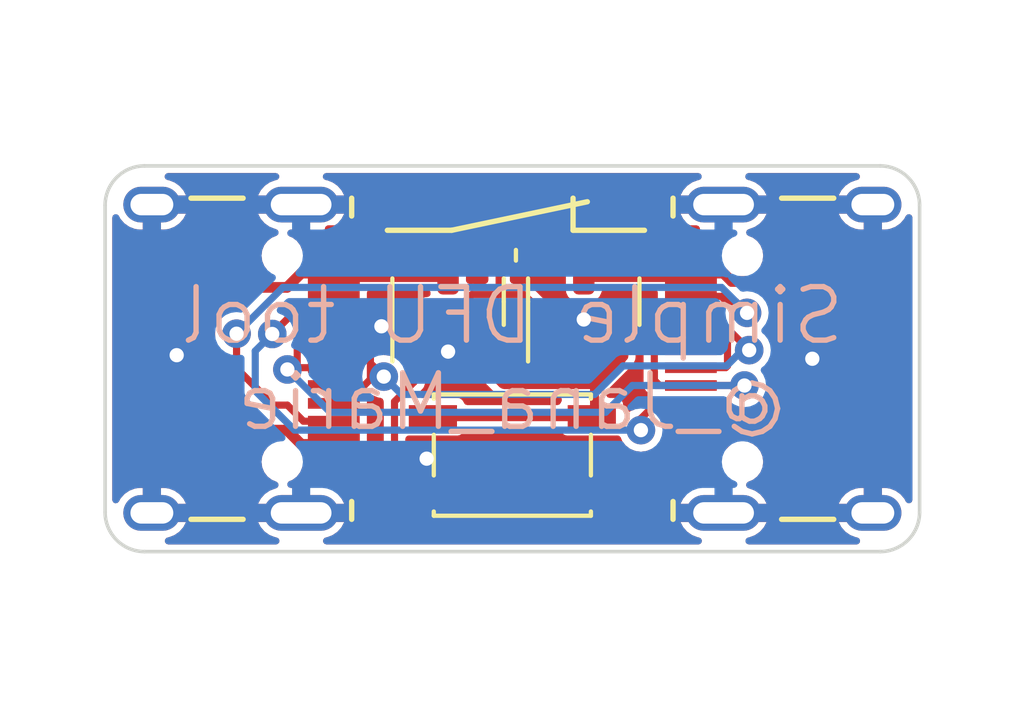
<source format=kicad_pcb>
(kicad_pcb (version 20211014) (generator pcbnew)
  (layers (0 "F.Cu" signal) (31 "B.Cu" signal) (34 "B.Paste" user) (35 "F.Paste" user) (36 "B.SilkS" user "B.Silkscreen") (37 "F.SilkS" user "F.Silkscreen") (38 "B.Mask" user) (39 "F.Mask" user) (44 "Edge.Cuts" user))
  (net 0 "")
  (net 1 "GND")
  (net 2 "Net-(J1-PadA4)")
  (net 3 "Net-(J1-PadA5)")
  (net 4 "Net-(J1-PadA7)")
  (net 5 "Net-(J1-PadA6)")
  (net 6 "Net-(J1-PadB5)")
  (net 7 "Net-(J2-PadA4)")
  (net 12 "Net-(Q2-Pad1)")
  (net 13 "Net-(Q1-Pad2)")
  (footprint "otter:R_0402" (layer "F.Cu") (at 100.1 97.1 180)
    (fp_text reference "R1" hide)
    (fp_text value "5k1" hide)
    (fp_line (start 0 0.15) (end 0 -0.15) (layer "F.SilkS") (width 0.12))
    (pad "1" smd rect locked (at -0.47 0 180) (size 0.5 0.6) (layers "F.Cu" "F.Paste" "F.Mask") (net 1 "GND"))
    (pad "2" smd rect locked (at 0.47 0 180) (size 0.5 0.6) (layers "F.Cu" "F.Paste" "F.Mask") (net 12 "Net-(Q2-Pad1)"))
  )
  (footprint "otter:PTS810_LL" (layer "F.Cu") (at 100 102.7)
    (fp_text reference "SW1" hide)
    (fp_text value "SW_Push")
    (fp_line (start 2.2 1.7) (end 2.2 1.58) (layer "F.SilkS") (width 0.12))
    (fp_line (start 2.2 0.57) (end 2.2 -0.57) (layer "F.SilkS") (width 0.12))
    (fp_line (start 2.2 -1.58) (end 2.2 -1.7) (layer "F.SilkS") (width 0.12))
    (fp_line (start -2.2 -0.57) (end -2.2 0.57) (layer "F.SilkS") (width 0.12))
    (fp_line (start -2.2 1.7) (end 2.2 1.7) (layer "F.SilkS") (width 0.12))
    (fp_line (start -2.2 1.58) (end -2.2 1.7) (layer "F.SilkS") (width 0.12))
    (fp_line (start 2.2 -1.7) (end -2.2 -1.7) (layer "F.SilkS") (width 0.12))
    (fp_line (start -2.2 -1.7) (end -2.2 -1.58) (layer "F.SilkS") (width 0.12))
    (pad "1" smd rect (at 2.225 -1.075) (size 1.35 0.65) (layers "F.Cu" "F.Paste" "F.Mask") (net 13 "Net-(Q1-Pad2)"))
    (pad "1" smd rect (at -2.225 -1.075) (size 1.35 0.65) (layers "F.Cu" "F.Paste" "F.Mask") (net 13 "Net-(Q1-Pad2)"))
    (pad "2" smd rect (at -2.225 1.075) (size 1.35 0.65) (layers "F.Cu" "F.Paste" "F.Mask") (net 12 "Net-(Q2-Pad1)"))
    (pad "2" smd rect (at 2.225 1.075) (size 1.35 0.65) (layers "F.Cu" "F.Paste" "F.Mask") (net 12 "Net-(Q2-Pad1)"))
  )
  (footprint "Package_TO_SOT_SMD:SOT-23" (layer "F.Cu") (at 102 98.4 90)
    (fp_text reference "Q2" hide)
    (fp_text value "AO3401A")
    (fp_line (start 0 1.56) (end -0.65 1.56) (layer "F.SilkS") (width 0.12))
    (fp_line (start 0 1.56) (end 0.65 1.56) (layer "F.SilkS") (width 0.12))
    (fp_line (start 0 -1.56) (end 0.65 -1.56) (layer "F.SilkS") (width 0.12))
    (fp_line (start 0 -1.56) (end -1.675 -1.56) (layer "F.SilkS") (width 0.12))
    (pad "1" smd roundrect (at -0.9375 -0.95 90) (size 1.475 0.6) (layers "F.Cu" "F.Paste" "F.Mask") (net 12 "Net-(Q2-Pad1)"))
    (pad "2" smd roundrect (at -0.9375 0.95 90) (size 1.475 0.6) (layers "F.Cu" "F.Paste" "F.Mask") (net 13 "Net-(Q1-Pad2)"))
    (pad "3" smd roundrect (at 0.9375 0 90) (size 1.475 0.6) (layers "F.Cu" "F.Paste" "F.Mask") (net 7 "Net-(J2-PadA4)"))
  )
  (footprint "Package_TO_SOT_SMD:SOT-23" (layer "F.Cu") (at 98.2 98.4 90)
    (fp_text reference "Q1" hide)
    (fp_text value "AO3401A")
    (fp_line (start 0 1.56) (end 0.65 1.56) (layer "F.SilkS") (width 0.12))
    (fp_line (start 0 1.56) (end -0.65 1.56) (layer "F.SilkS") (width 0.12))
    (fp_line (start 0 -1.56) (end 0.65 -1.56) (layer "F.SilkS") (width 0.12))
    (fp_line (start 0 -1.56) (end -1.675 -1.56) (layer "F.SilkS") (width 0.12))
    (pad "1" smd roundrect (at -0.9375 -0.95 90) (size 1.475 0.6) (layers "F.Cu" "F.Paste" "F.Mask") (net 12 "Net-(Q2-Pad1)"))
    (pad "2" smd roundrect (at -0.9375 0.95 90) (size 1.475 0.6) (layers "F.Cu" "F.Paste" "F.Mask") (net 13 "Net-(Q1-Pad2)"))
    (pad "3" smd roundrect (at 0.9375 0 90) (size 1.475 0.6) (layers "F.Cu" "F.Paste" "F.Mask") (net 2 "Net-(J1-PadA4)"))
  )
  (footprint "otter:USB-C 16Pin" (layer "F.Cu") (at 95 100 -90)
    (fp_text reference "J1" hide)
    (fp_text value "USB_C_Receptacle_USB2.0")
    (fp_line (start -4.5 -0.5) (end -4 -0.5) (layer "F.SilkS") (width 0.15))
    (fp_line (start 4.5 4) (end 4.5 2.54) (layer "F.SilkS") (width 0.15))
    (fp_line (start 4 -0.5) (end 4.5 -0.5) (layer "F.SilkS") (width 0.15))
    (fp_line (start -4.5 2.54) (end -4.5 4) (layer "F.SilkS") (width 0.15))
    (pad "" np_thru_hole circle (at -2.89 1.445 270) (size 0.65 0.65) (drill 0.65) (layers *.Cu *.Mask))
    (pad "" np_thru_hole circle (at 2.89 1.445 270) (size 0.65 0.65) (drill 0.65) (layers *.Cu *.Mask))
    (pad "A1" smd rect (at -3.2 0 270) (size 0.6 1.45) (layers "F.Cu" "F.Paste" "F.Mask") (net 1 "GND"))
    (pad "A4" smd rect (at -2.4 0 270) (size 0.6 1.45) (layers "F.Cu" "F.Paste" "F.Mask") (net 2 "Net-(J1-PadA4)"))
    (pad "A5" smd rect (at -1.25 0 270) (size 0.3 1.45) (layers "F.Cu" "F.Paste" "F.Mask") (net 3 "Net-(J1-PadA5)"))
    (pad "A6" smd rect (at -0.25 0 270) (size 0.3 1.45) (layers "F.Cu" "F.Paste" "F.Mask") (net 5 "Net-(J1-PadA6)"))
    (pad "A7" smd rect (at 0.25 0 270) (size 0.3 1.45) (layers "F.Cu" "F.Paste" "F.Mask") (net 4 "Net-(J1-PadA7)"))
    (pad "A8" smd rect (at 1.25 0 270) (size 0.3 1.45) (layers "F.Cu" "F.Paste" "F.Mask"))
    (pad "A9" smd rect (at -2.4 0 270) (size 0.6 1.45) (layers "F.Cu" "F.Paste" "F.Mask") (net 2 "Net-(J1-PadA4)"))
    (pad "A12" smd rect (at -3.2 0 270) (size 0.6 1.45) (layers "F.Cu" "F.Paste" "F.Mask") (net 1 "GND"))
    (pad "B1" smd rect (at 3.2 0 270) (size 0.6 1.45) (layers "F.Cu" "F.Paste" "F.Mask") (net 1 "GND"))
    (pad "B4" smd rect (at 2.4 0 270) (size 0.6 1.45) (layers "F.Cu" "F.Paste" "F.Mask") (net 2 "Net-(J1-PadA4)"))
    (pad "B5" smd rect (at 1.75 0 270) (size 0.3 1.45) (layers "F.Cu" "F.Paste" "F.Mask") (net 6 "Net-(J1-PadB5)"))
    (pad "B6" smd rect (at 0.75 0 270) (size 0.3 1.45) (layers "F.Cu" "F.Paste" "F.Mask") (net 5 "Net-(J1-PadA6)"))
    (pad "B7" smd rect (at -0.75 0 270) (size 0.3 1.45) (layers "F.Cu" "F.Paste" "F.Mask") (net 4 "Net-(J1-PadA7)"))
    (pad "B8" smd rect (at -1.75 0 270) (size 0.3 1.45) (layers "F.Cu" "F.Paste" "F.Mask"))
    (pad "B9" smd rect (at 2.4 0 270) (size 0.6 1.45) (layers "F.Cu" "F.Paste" "F.Mask") (net 2 "Net-(J1-PadA4)"))
    (pad "B12" smd rect (at 3.2 0 270) (size 0.6 1.45) (layers "F.Cu" "F.Paste" "F.Mask") (net 1 "GND"))
    (pad "S1" thru_hole oval (at 4.32 0.915 270) (size 1 2.1) (drill oval 0.6 1.7) (layers *.Cu *.Mask) (net 1 "GND"))
    (pad "S1" thru_hole oval (at -4.32 0.915 270) (size 1 2.1) (drill oval 0.6 1.7) (layers *.Cu *.Mask) (net 1 "GND"))
    (pad "S1" thru_hole oval (at 4.32 5.095 270) (size 1 1.6) (drill oval 0.6 1.2) (layers *.Cu *.Mask) (net 1 "GND"))
    (pad "S1" thru_hole oval (at -4.32 5.095 270) (size 1 1.6) (drill oval 0.6 1.2) (layers *.Cu *.Mask) (net 1 "GND"))
  )
  (footprint "otter:USB-C 16Pin" (layer "F.Cu") (at 105 100 90)
    (fp_text reference "J2" hide)
    (fp_text value "USB_C_Receptacle_USB2.0")
    (fp_line (start 4.5 4) (end 4.5 2.54) (layer "F.SilkS") (width 0.15))
    (fp_line (start -4.5 -0.5) (end -4 -0.5) (layer "F.SilkS") (width 0.15))
    (fp_line (start 4 -0.5) (end 4.5 -0.5) (layer "F.SilkS") (width 0.15))
    (fp_line (start -4.5 2.54) (end -4.5 4) (layer "F.SilkS") (width 0.15))
    (pad "" np_thru_hole circle (at -2.89 1.445 90) (size 0.65 0.65) (drill 0.65) (layers *.Cu *.Mask))
    (pad "" np_thru_hole circle (at 2.89 1.445 90) (size 0.65 0.65) (drill 0.65) (layers *.Cu *.Mask))
    (pad "A1" smd rect (at -3.2 0 90) (size 0.6 1.45) (layers "F.Cu" "F.Paste" "F.Mask") (net 1 "GND"))
    (pad "A4" smd rect (at -2.4 0 90) (size 0.6 1.45) (layers "F.Cu" "F.Paste" "F.Mask") (net 7 "Net-(J2-PadA4)"))
    (pad "A5" smd rect (at -1.25 0 90) (size 0.3 1.45) (layers "F.Cu" "F.Paste" "F.Mask") (net 3 "Net-(J1-PadA5)"))
    (pad "A6" smd rect (at -0.25 0 90) (size 0.3 1.45) (layers "F.Cu" "F.Paste" "F.Mask") (net 5 "Net-(J1-PadA6)"))
    (pad "A7" smd rect (at 0.25 0 90) (size 0.3 1.45) (layers "F.Cu" "F.Paste" "F.Mask") (net 4 "Net-(J1-PadA7)"))
    (pad "A8" smd rect (at 1.25 0 90) (size 0.3 1.45) (layers "F.Cu" "F.Paste" "F.Mask"))
    (pad "A9" smd rect (at -2.4 0 90) (size 0.6 1.45) (layers "F.Cu" "F.Paste" "F.Mask") (net 7 "Net-(J2-PadA4)"))
    (pad "A12" smd rect (at -3.2 0 90) (size 0.6 1.45) (layers "F.Cu" "F.Paste" "F.Mask") (net 1 "GND"))
    (pad "B1" smd rect (at 3.2 0 90) (size 0.6 1.45) (layers "F.Cu" "F.Paste" "F.Mask") (net 1 "GND"))
    (pad "B4" smd rect (at 2.4 0 90) (size 0.6 1.45) (layers "F.Cu" "F.Paste" "F.Mask") (net 7 "Net-(J2-PadA4)"))
    (pad "B5" smd rect (at 1.75 0 90) (size 0.3 1.45) (layers "F.Cu" "F.Paste" "F.Mask") (net 6 "Net-(J1-PadB5)"))
    (pad "B6" smd rect (at 0.75 0 90) (size 0.3 1.45) (layers "F.Cu" "F.Paste" "F.Mask") (net 5 "Net-(J1-PadA6)"))
    (pad "B7" smd rect (at -0.75 0 90) (size 0.3 1.45) (layers "F.Cu" "F.Paste" "F.Mask") (net 4 "Net-(J1-PadA7)"))
    (pad "B8" smd rect (at -1.75 0 90) (size 0.3 1.45) (layers "F.Cu" "F.Paste" "F.Mask"))
    (pad "B9" smd rect (at 2.4 0 90) (size 0.6 1.45) (layers "F.Cu" "F.Paste" "F.Mask") (net 7 "Net-(J2-PadA4)"))
    (pad "B12" smd rect (at 3.2 0 90) (size 0.6 1.45) (layers "F.Cu" "F.Paste" "F.Mask") (net 1 "GND"))
    (pad "S1" thru_hole oval (at -4.32 5.095 90) (size 1 1.6) (drill oval 0.6 1.2) (layers *.Cu *.Mask) (net 1 "GND"))
    (pad "S1" thru_hole oval (at 4.32 5.095 90) (size 1 1.6) (drill oval 0.6 1.2) (layers *.Cu *.Mask) (net 1 "GND"))
    (pad "S1" thru_hole oval (at -4.32 0.915 90) (size 1 2.1) (drill oval 0.6 1.7) (layers *.Cu *.Mask) (net 1 "GND"))
    (pad "S1" thru_hole oval (at 4.32 0.915 90) (size 1 2.1) (drill oval 0.6 1.7) (layers *.Cu *.Mask) (net 1 "GND"))
  )
  (gr_line (start 101.7 96.4) (end 103.7 96.4) (layer "F.SilkS") (width 0.15))
  (gr_line (start 98.3 96.4) (end 102.1 95.6) (layer "F.SilkS") (width 0.15))
  (gr_line (start 96.5 96.4) (end 98.3 96.4) (layer "F.SilkS") (width 0.15))
  (gr_line (start 101.7 95.5) (end 101.7 96.4) (layer "F.SilkS") (width 0.15))
  (gr_arc (start 110.3 94.595464) (mid 111.081025 94.918975) (end 111.404536 95.7) (layer "Edge.Cuts") (width 0.1))
  (gr_arc (start 88.595464 95.7) (mid 88.918975 94.918975) (end 89.7 94.595464) (layer "Edge.Cuts") (width 0.1))
  (gr_line (start 88.595464 104.3) (end 88.595464 95.7) (layer "Edge.Cuts") (width 0.1))
  (gr_arc (start 111.404536 104.3) (mid 111.081025 105.081025) (end 110.3 105.404536) (layer "Edge.Cuts") (width 0.1))
  (gr_line (start 110.3 105.404536) (end 89.7 105.404536) (layer "Edge.Cuts") (width 0.1))
  (gr_arc (start 89.7 105.404536) (mid 88.918975 105.081025) (end 88.595464 104.3) (layer "Edge.Cuts") (width 0.1))
  (gr_line (start 89.7 94.595464) (end 110.3 94.595464) (layer "Edge.Cuts") (width 0.1))
  (gr_line (start 111.404536 95.7) (end 111.404536 104.3) (layer "Edge.Cuts") (width 0.1))
  (gr_text "Simple DFU tool\n@_Jana_Marie" (at 100 100) (layer "B.SilkS") (effects (font (size 1.5 1.5)) (justify mirror)))
  (segment (start 104.3 96.1) (end 95.7 96.1) (width 0.4) (layer "F.Cu") (net 1))
  (segment (start 105 96.8) (end 104.3 96.1) (width 0.4) (layer "F.Cu") (net 1))
  (segment (start 95.7 96.1) (end 95 96.8) (width 0.4) (layer "F.Cu") (net 1))
  (via (at 90.6 99.9) (size 0.8) (drill 0.4) (layers "F.Cu" "B.Cu") (net 1))
  (via (at 97.6 102.8) (size 0.8) (drill 0.4) (layers "F.Cu" "B.Cu") (net 1))
  (via (at 102 98.9) (size 0.8) (drill 0.4) (layers "F.Cu" "B.Cu") (net 1))
  (via (at 96.3329 99.090432) (size 0.8) (drill 0.4) (layers "F.Cu" "B.Cu") (net 1))
  (via (at 108.4 100) (size 0.8) (drill 0.4) (layers "F.Cu" "B.Cu") (net 1))
  (via (at 98.2 99.8) (size 0.8) (drill 0.4) (layers "F.Cu" "B.Cu") (net 1))
  (segment (start 91.527007 100.327007) (end 91.527007 98.987779) (width 0.3) (layer "F.Cu") (net 2))
  (segment (start 95 102.4) (end 94.089629 102.4) (width 0.3) (layer "F.Cu") (net 2))
  (segment (start 94.089629 102.4) (end 93.689629 102) (width 0.3) (layer "F.Cu") (net 2))
  (segment (start 93.689629 98) (end 94.089629 97.6) (width 0.3) (layer "F.Cu") (net 2))
  (segment (start 98.0625 97.6) (end 98.2 97.4625) (width 0.5) (layer "F.Cu") (net 2))
  (segment (start 91.527007 98.987779) (end 92.514786 98) (width 0.3) (layer "F.Cu") (net 2))
  (segment (start 93.2 102) (end 91.527007 100.327007) (width 0.3) (layer "F.Cu") (net 2))
  (segment (start 93.689629 102) (end 93.2 102) (width 0.3) (layer "F.Cu") (net 2))
  (segment (start 94.089629 97.6) (end 95 97.6) (width 0.3) (layer "F.Cu") (net 2))
  (segment (start 92.514786 98) (end 93.689629 98) (width 0.3) (layer "F.Cu") (net 2))
  (segment (start 95 97.6) (end 98.0625 97.6) (width 0.5) (layer "F.Cu") (net 2))
  (segment (start 103.6 102) (end 103.6 101.675978) (width 0.2) (layer "F.Cu") (net 3))
  (segment (start 93.275989 99.306119) (end 93.832108 98.75) (width 0.2) (layer "F.Cu") (net 3))
  (segment (start 103.6 101.675978) (end 104.025978 101.25) (width 0.2) (layer "F.Cu") (net 3))
  (segment (start 104.025978 101.25) (end 105 101.25) (width 0.2) (layer "F.Cu") (net 3))
  (segment (start 93.832108 98.75) (end 95 98.75) (width 0.2) (layer "F.Cu") (net 3))
  (via (at 103.6 102) (size 0.8) (drill 0.4) (layers "F.Cu" "B.Cu") (net 3))
  (via (at 93.275989 99.306119) (size 0.8) (drill 0.4) (layers "F.Cu" "B.Cu") (net 3))
  (segment (start 92.8 99.782108) (end 92.8 100.9) (width 0.2) (layer "B.Cu") (net 3))
  (segment (start 93.9 102) (end 103.6 102) (width 0.2) (layer "B.Cu") (net 3))
  (segment (start 92.8 100.9) (end 93.9 102) (width 0.2) (layer "B.Cu") (net 3))
  (segment (start 93.275989 99.306119) (end 92.8 99.782108) (width 0.2) (layer "B.Cu") (net 3))
  (segment (start 95 99.25) (end 94.025978 99.25) (width 0.2) (layer "F.Cu") (net 4))
  (segment (start 94.025978 99.25) (end 93.975489 99.300489) (width 0.2) (layer "F.Cu") (net 4))
  (segment (start 93.975489 99.300489) (end 93.975489 100.199511) (width 0.2) (layer "F.Cu") (net 4))
  (segment (start 104.125489 100.75) (end 105 100.75) (width 0.2) (layer "F.Cu") (net 4))
  (segment (start 104.025978 100.75) (end 103.975489 100.699511) (width 0.2) (layer "F.Cu") (net 4))
  (segment (start 106.5 100.75) (end 104.025978 100.75) (width 0.2) (layer "F.Cu") (net 4))
  (segment (start 103.975489 99.800489) (end 103.975489 100.375489) (width 0.2) (layer "F.Cu") (net 4))
  (segment (start 103.975489 100.699511) (end 103.975489 100.375489) (width 0.2) (layer "F.Cu") (net 4))
  (segment (start 103.975489 100.375489) (end 103.975489 100.6) (width 0.2) (layer "F.Cu") (net 4))
  (segment (start 103.975489 100.6) (end 104.125489 100.75) (width 0.2) (layer "F.Cu") (net 4))
  (segment (start 93.75 100.25) (end 94.025978 100.25) (width 0.2) (layer "F.Cu") (net 4))
  (segment (start 105 99.75) (end 104.025978 99.75) (width 0.2) (layer "F.Cu") (net 4))
  (segment (start 94.025978 100.25) (end 95 100.25) (width 0.2) (layer "F.Cu") (net 4))
  (segment (start 104.025978 99.75) (end 103.975489 99.800489) (width 0.2) (layer "F.Cu") (net 4))
  (segment (start 93.975489 100.199511) (end 94.025978 100.25) (width 0.2) (layer "F.Cu") (net 4))
  (segment (start 93.7 100.3) (end 93.75 100.25) (width 0.2) (layer "F.Cu") (net 4))
  (via (at 93.7 100.3) (size 0.8) (drill 0.4) (layers "F.Cu" "B.Cu") (net 4))
  (via (at 106.5 100.75) (size 0.8) (drill 0.4) (layers "F.Cu" "B.Cu") (net 4))
  (segment (start 93.7 100.3) (end 94.9 101.5) (width 0.2) (layer "B.Cu") (net 4))
  (segment (start 102.610741 101.5) (end 103.360741 100.75) (width 0.2) (layer "B.Cu") (net 4))
  (segment (start 94.9 101.5) (end 102.610741 101.5) (width 0.2) (layer "B.Cu") (net 4))
  (segment (start 103.360741 100.75) (end 106.5 100.75) (width 0.2) (layer "B.Cu") (net 4))
  (segment (start 95.85 100.75) (end 95 100.75) (width 0.2) (layer "F.Cu") (net 5))
  (segment (start 96.024511 100.124511) (end 96.024511 99.800489) (width 0.2) (layer "F.Cu") (net 5))
  (segment (start 106.024511 100.199511) (end 106.024511 99.300489) (width 0.2) (layer "F.Cu") (net 5))
  (segment (start 106.024511 99.300489) (end 105.974022 99.25) (width 0.2) (layer "F.Cu") (net 5))
  (segment (start 95 99.75) (end 95.974022 99.75) (width 0.2) (layer "F.Cu") (net 5))
  (segment (start 105.974022 100.25) (end 106.024511 100.199511) (width 0.2) (layer "F.Cu") (net 5))
  (segment (start 96.4 100.5) (end 96.024511 100.124511) (width 0.2) (layer "F.Cu") (net 5))
  (segment (start 106.632098 99.759265) (end 106.122833 99.25) (width 0.2) (layer "F.Cu") (net 5))
  (segment (start 96.024511 99.800489) (end 96.024511 100.575489) (width 0.2) (layer "F.Cu") (net 5))
  (segment (start 95.974022 99.75) (end 96.024511 99.800489) (width 0.2) (layer "F.Cu") (net 5))
  (segment (start 105.974022 99.25) (end 105 99.25) (width 0.2) (layer "F.Cu") (net 5))
  (segment (start 105 100.25) (end 105.974022 100.25) (width 0.2) (layer "F.Cu") (net 5))
  (segment (start 106.122833 99.25) (end 105 99.25) (width 0.2) (layer "F.Cu") (net 5))
  (segment (start 96.024511 100.575489) (end 95.85 100.75) (width 0.2) (layer "F.Cu") (net 5))
  (via (at 96.4 100.5) (size 0.8) (drill 0.4) (layers "F.Cu" "B.Cu") (net 5))
  (via (at 106.632098 99.759265) (size 0.8) (drill 0.4) (layers "F.Cu" "B.Cu") (net 5))
  (segment (start 106 100.2) (end 103.1 100.2) (width 0.2) (layer "B.Cu") (net 5))
  (segment (start 96.9 101) (end 96.4 100.5) (width 0.2) (layer "B.Cu") (net 5))
  (segment (start 102.3 101) (end 96.9 101) (width 0.2) (layer "B.Cu") (net 5))
  (segment (start 103.1 100.2) (end 102.3 101) (width 0.2) (layer "B.Cu") (net 5))
  (segment (start 106.632098 99.759265) (end 106.440735 99.759265) (width 0.2) (layer "B.Cu") (net 5))
  (segment (start 106.440735 99.759265) (end 106 100.2) (width 0.2) (layer "B.Cu") (net 5))
  (segment (start 106 98.4) (end 105.85 98.25) (width 0.2) (layer "F.Cu") (net 6))
  (segment (start 106.258263 98.4) (end 106 98.4) (width 0.2) (layer "F.Cu") (net 6))
  (segment (start 105.85 98.25) (end 105 98.25) (width 0.2) (layer "F.Cu") (net 6))
  (segment (start 106.572164 98.713901) (end 106.258263 98.4) (width 0.2) (layer "F.Cu") (net 6))
  (segment (start 93.310252 101.299511) (end 93.699511 101.299511) (width 0.2) (layer "F.Cu") (net 6))
  (segment (start 94.15 101.75) (end 95 101.75) (width 0.2) (layer "F.Cu") (net 6))
  (segment (start 93.699511 101.299511) (end 94.15 101.75) (width 0.2) (layer "F.Cu") (net 6))
  (segment (start 92.276518 99.298238) (end 92.276518 100.265777) (width 0.2) (layer "F.Cu") (net 6))
  (segment (start 92.276518 100.265777) (end 93.310252 101.299511) (width 0.2) (layer "F.Cu") (net 6))
  (via (at 106.572164 98.713901) (size 0.8) (drill 0.4) (layers "F.Cu" "B.Cu") (net 6))
  (via (at 92.276518 99.298238) (size 0.8) (drill 0.4) (layers "F.Cu" "B.Cu") (net 6))
  (segment (start 93.574756 98) (end 105.858263 98) (width 0.2) (layer "B.Cu") (net 6))
  (segment (start 92.276518 99.298238) (end 93.574756 98) (width 0.2) (layer "B.Cu") (net 6))
  (segment (start 105.858263 98) (end 106.572164 98.713901) (width 0.2) (layer "B.Cu") (net 6))
  (segment (start 105.910371 102.399599) (end 107.4 100.90997) (width 0.3) (layer "F.Cu") (net 7))
  (segment (start 102.1375 97.6) (end 102 97.4625) (width 0.5) (layer "F.Cu") (net 7))
  (segment (start 105 97.6) (end 102.1375 97.6) (width 0.5) (layer "F.Cu") (net 7))
  (segment (start 105.910371 102.4) (end 105.910371 102.399599) (width 0.3) (layer "F.Cu") (net 7))
  (segment (start 106.834521 97.834521) (end 106.144892 97.834521) (width 0.3) (layer "F.Cu") (net 7))
  (segment (start 106.144892 97.834521) (end 105.910371 97.6) (width 0.3) (layer "F.Cu") (net 7))
  (segment (start 105 102.4) (end 105.910371 102.4) (width 0.3) (layer "F.Cu") (net 7))
  (segment (start 107.4 100.90997) (end 107.4 98.4) (width 0.3) (layer "F.Cu") (net 7))
  (segment (start 105.910371 97.6) (end 105 97.6) (width 0.3) (layer "F.Cu") (net 7))
  (segment (start 107.4 98.4) (end 106.834521 97.834521) (width 0.3) (layer "F.Cu") (net 7))
  (segment (start 99.63 97.1) (end 99.63 98.17) (width 0.2) (layer "F.Cu") (net 12))
  (segment (start 101.05 99.3375) (end 101.05 98.925642) (width 0.2) (layer "F.Cu") (net 12))
  (segment (start 96.7 103.060793) (end 97.414207 103.775) (width 0.2) (layer "F.Cu") (net 12))
  (segment (start 101.05 98.925642) (end 100.324358 98.2) (width 0.2) (layer "F.Cu") (net 12))
  (segment (start 96.7 101.2) (end 96.7 103.060793) (width 0.2) (layer "F.Cu") (net 12))
  (segment (start 100.324358 98.2) (end 99.6 98.2) (width 0.2) (layer "F.Cu") (net 12))
  (segment (start 97.25 99.3375) (end 97.25 100.65) (width 0.2) (layer "F.Cu") (net 12))
  (segment (start 97.632907 98.573021) (end 97.25 98.955928) (width 0.2) (layer "F.Cu") (net 12))
  (segment (start 99.63 98.17) (end 99.6 98.2) (width 0.2) (layer "F.Cu") (net 12))
  (segment (start 97.775 103.775) (end 102.225 103.775) (width 0.2) (layer "F.Cu") (net 12))
  (segment (start 97.25 98.955928) (end 97.25 99.3375) (width 0.2) (layer "F.Cu") (net 12))
  (segment (start 98.868099 98.2) (end 98.495078 98.573021) (width 0.2) (layer "F.Cu") (net 12))
  (segment (start 99.6 98.2) (end 98.868099 98.2) (width 0.2) (layer "F.Cu") (net 12))
  (segment (start 97.414207 103.775) (end 97.775 103.775) (width 0.2) (layer "F.Cu") (net 12))
  (segment (start 97.25 100.65) (end 96.7 101.2) (width 0.2) (layer "F.Cu") (net 12))
  (segment (start 98.495078 98.573021) (end 97.632907 98.573021) (width 0.2) (layer "F.Cu") (net 12))
  (segment (start 97.925 101.625) (end 99.225 101.625) (width 0.25) (layer "F.Cu") (net 13))
  (segment (start 102.3 101.55) (end 102.3 100.6) (width 0.25) (layer "F.Cu") (net 13))
  (segment (start 102.95 99.3375) (end 102.95 99.95) (width 0.5) (layer "F.Cu") (net 13))
  (segment (start 101.425 101.625) (end 102.075 101.625) (width 0.25) (layer "F.Cu") (net 13))
  (segment (start 102.3 100.6) (end 99.8 100.6) (width 0.5) (layer "F.Cu") (net 13))
  (segment (start 102.225 101.625) (end 102.3 101.55) (width 0.25) (layer "F.Cu") (net 13))
  (segment (start 99.15 99.95) (end 99.15 99.3375) (width 0.5) (layer "F.Cu") (net 13))
  (segment (start 101.425 101.625) (end 102.225 101.625) (width 0.25) (layer "F.Cu") (net 13))
  (segment (start 102 101.55) (end 102.075 101.625) (width 0.2) (layer "F.Cu") (net 13))
  (segment (start 99.0575 99.43) (end 99.15 99.3375) (width 0.2) (layer "F.Cu") (net 13))
  (segment (start 102.95 99.95) (end 102.3 100.6) (width 0.5) (layer "F.Cu") (net 13))
  (segment (start 99.8 100.6) (end 99.15 99.95) (width 0.5) (layer "F.Cu") (net 13))
  (segment (start 99.225 101.625) (end 101.425 101.625) (width 0.25) (layer "F.Cu") (net 13))
  (zone (net 1) (net_name "GND") (layers F&B.Cu) (connect_pads (clearance 0.2)) (min_thickness 0.2) (fill yes (thermal_gap 0.2) (thermal_bridge_width 0.508))
    (polygon (pts (xy 112 106) (xy 88 106) (xy 88 94) (xy 112 94)))
  )
)
</source>
